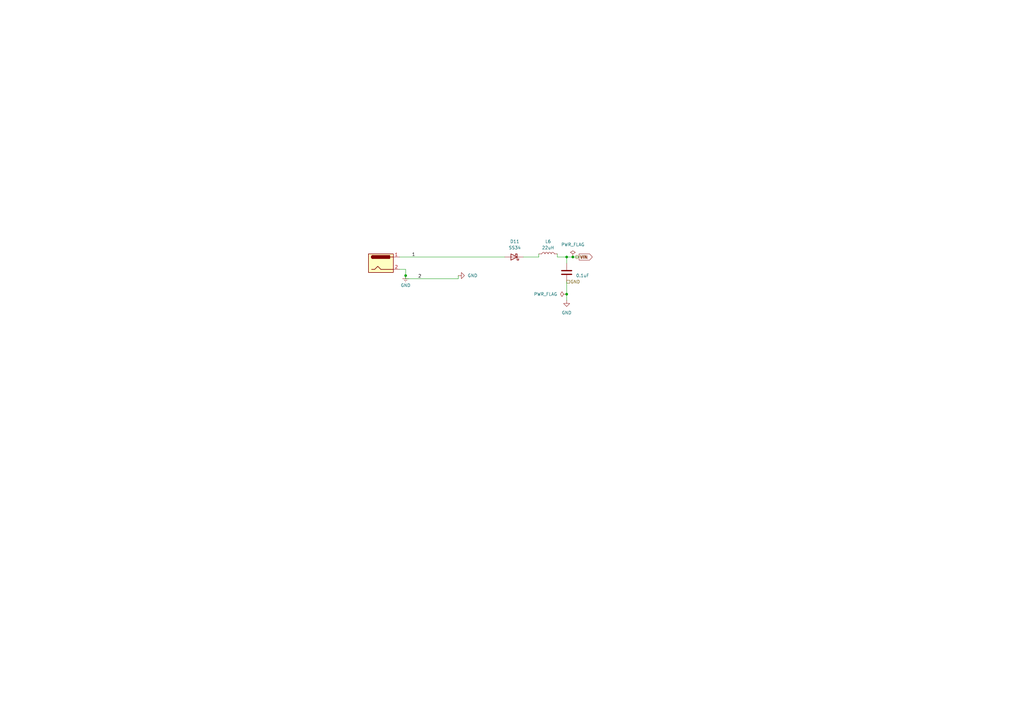
<source format=kicad_sch>
(kicad_sch (version 20250114) (generator "eeschema") (generator_version "9.0")
  (paper "A3")
  (title_block (title "Edgehax 4G to Eth") (date "2025-08-23") (rev "V2") (company "Edgehax") (comment 2 "Varshini CB"))
  (lib_symbols
    (symbol "CELUS:GND" (power) (pin_names (offset 0.762))
      (symbol "GND_0_1"
        (polyline (pts (xy -0.635 -1.905) (xy 0.635 -1.905)))
        (polyline (pts (xy -0.127 -2.54) (xy 0.127 -2.54)))
        (polyline (pts (xy 0 -1.27) (xy 0 0)))
        (polyline (pts (xy 1.27 -1.27) (xy -1.27 -1.27)))
      )
      (symbol "GND_1_1"
        (pin power_in line (at 0 0 270) (length 0) (hide yes) (name "GND") (number "1"))
      )
    )
    (symbol "Connector:Jack-DC" (pin_names (offset 1.016))
      (property "Reference" "J" (at 0 5.334 0))
      (property "Value" "Jack-DC" (at 0 -5.08 0))
      (symbol "Jack-DC_0_1"
        (rectangle (start -5.08 3.81) (end 5.08 -3.81) (stroke (width 0.254)) (fill (type background)))
        (polyline (pts (xy -3.81 -2.54) (xy -2.54 -2.54) (xy -1.27 -1.27) (xy 0 -2.54) (xy 2.54 -2.54) (xy 5.08 -2.54)) (stroke (width 0.254)))
        (arc (start -3.302 1.905) (mid -3.9343 2.54) (end -3.302 3.175) (stroke (width 0.254)))
        (arc (start -3.302 1.905) (mid -3.9343 2.54) (end -3.302 3.175) (stroke (width 0.254)) (fill (type outline)))
        (rectangle (start 3.683 3.175) (end -3.302 1.905) (stroke (width 0.254)) (fill (type outline)))
        (polyline (pts (xy 5.08 2.54) (xy 3.81 2.54)) (stroke (width 0.254)))
      )
      (symbol "Jack-DC_1_1"
        (pin passive line (at 7.62 2.54 180) (length 2.54) (name "~") (number "1"))
        (pin passive line (at 7.62 -2.54 180) (length 2.54) (name "~") (number "2"))
      )
    )
    (symbol "Device:C" (pin_numbers (hide yes)) (pin_names (offset 0.254))
      (property "Reference" "C" (at 0.635 2.54 0))
      (property "Value" "C" (at 0.635 -2.54 0))
      (symbol "C_0_1"
        (polyline (pts (xy -2.032 0.762) (xy 2.032 0.762)) (stroke (width 0.508)))
        (polyline (pts (xy -2.032 -0.762) (xy 2.032 -0.762)) (stroke (width 0.508)))
      )
      (symbol "C_1_1"
        (pin passive line (at 0 3.81 270) (length 2.794) (name "~") (number "1"))
        (pin passive line (at 0 -3.81 90) (length 2.794) (name "~") (number "2"))
      )
    )
    (symbol "Device:L" (pin_numbers (hide yes)) (pin_names (offset 1.016) (hide yes))
      (property "Reference" "L" (at -1.27 0 90))
      (property "Value" "L" (at 1.905 0 90))
      (symbol "L_0_1"
        (arc (start 0 2.54) (mid 0.6323 1.905) (end 0 1.27))
        (arc (start 0 1.27) (mid 0.6323 0.635) (end 0 0))
        (arc (start 0 0) (mid 0.6323 -0.635) (end 0 -1.27))
        (arc (start 0 -1.27) (mid 0.6323 -1.905) (end 0 -2.54))
      )
      (symbol "L_1_1"
        (pin passive line (at 0 3.81 270) (length 1.27) (name "1") (number "1"))
        (pin passive line (at 0 -3.81 90) (length 1.27) (name "2") (number "2"))
      )
    )
    (symbol "Diode:SS34" (pin_numbers (hide yes)) (pin_names (offset 1.016) (hide yes))
      (property "Reference" "D" (at 0 2.54 0))
      (property "Value" "SS34" (at 0 -2.54 0))
      (symbol "SS34_0_1"
        (polyline (pts (xy -1.905 0.635) (xy -1.905 1.27) (xy -1.27 1.27) (xy -1.27 -1.27) (xy -0.635 -1.27) (xy -0.635 -0.635)) (stroke (width 0.254)))
        (polyline (pts (xy 1.27 1.27) (xy 1.27 -1.27) (xy -1.27 0) (xy 1.27 1.27)) (stroke (width 0.254)))
        (polyline (pts (xy 1.27 0) (xy -1.27 0)))
      )
      (symbol "SS34_1_1"
        (pin passive line (at -3.81 0 0) (length 2.54) (name "K") (number "1"))
        (pin passive line (at 3.81 0 180) (length 2.54) (name "A") (number "2"))
      )
    )
    (symbol "power:GND" (power) (pin_numbers (hide yes)) (pin_names (offset 0) (hide yes))
      (property "Value" "GND" (at 0 -3.81 0))
      (symbol "GND_0_1"
        (polyline (pts (xy 0 0) (xy 0 -1.27) (xy 1.27 -1.27) (xy 0 -2.54) (xy -1.27 -1.27) (xy 0 -1.27)))
      )
      (symbol "GND_1_1"
        (pin power_in line (at 0 0 270) (length 0) (name "~") (number "1"))
      )
    )
    (symbol "power:PWR_FLAG" (power) (pin_numbers (hide yes)) (pin_names (offset 0) (hide yes))
      (property "Value" "PWR_FLAG" (at 0 3.81 0))
      (symbol "PWR_FLAG_0_0"
        (pin power_out line (at 0 0 90) (length 0) (name "~") (number "1"))
      )
      (symbol "PWR_FLAG_0_1"
        (polyline (pts (xy 0 0) (xy 0 1.27) (xy -1.016 1.905) (xy 0 2.54) (xy 1.016 1.905) (xy 0 1.27)))
      )
    )
  )
  (junction (at 166.37 113.03))
  (junction (at 232.41 105.41))
  (junction (at 232.41 120.65))
  (junction (at 234.95 105.41))
  (wire (pts (xy 228.6 104.14) (xy 228.6 105.41)))
  (wire (pts (xy 237.49 105.41) (xy 234.95 105.41)))
  (wire (pts (xy 232.41 105.41) (xy 228.6 105.41)))
  (wire (pts (xy 187.96 114.3) (xy 166.37 114.3)))
  (wire (pts (xy 232.41 120.65) (xy 232.41 123.19)))
  (wire (pts (xy 214.63 105.41) (xy 220.98 105.41)))
  (wire (pts (xy 166.37 114.3) (xy 166.37 113.03)))
  (wire (pts (xy 232.41 115.57) (xy 232.41 120.65)))
  (wire (pts (xy 166.37 110.49) (xy 163.83 110.49)) (stroke (width 0.1524)))
  (wire (pts (xy 232.41 107.95) (xy 232.41 105.41)))
  (wire (pts (xy 220.98 104.14) (xy 220.98 105.41)))
  (wire (pts (xy 232.41 105.41) (xy 234.95 105.41)))
  (wire (pts (xy 163.83 105.41) (xy 207.01 105.41)))
  (wire (pts (xy 187.96 114.3) (xy 187.96 113.03)))
  (wire (pts (xy 166.37 110.49) (xy 166.37 113.03)) (stroke (width 0.1524)))
  (label "1" (at 168.91 105.41 0))
  (label "2" (at 171.45 114.3 0))
  (global_label "VIN" (shape output) (at 237.49 105.41 0) (property "Intersheetrefs" "${INTERSHEET_REFS}" (at 243.4991 105.41 0) (effects (justify left))))
  (hierarchical_label "VIN" (shape output) (at 236.22 105.41 0))
  (hierarchical_label "GND" (shape passive) (at 232.41 115.57 0))
  (symbol (lib_id "CELUS:GND") (at 166.37 113.03 0) (mirror y) (unit 1)
    (property "Reference" "#PWR017" (effects (hide yes)))
    (property "Value" "GND" (at 166.37 117.03 0))
  )
  (symbol (lib_id "Device:L") (at 224.79 104.14 90) (unit 1)
    (property "Reference" "L6" (at 224.79 99.06 90))
    (property "Value" "22uH" (at 224.79 101.6 90))
    (property "Footprint" "Inductor_SMD:L_0603_1608Metric" (effects (hide yes)))
    (property "Description" "Inductor" (effects (hide yes)))
  )
  (symbol (lib_id "power:PWR_FLAG") (at 234.95 105.41 0) (unit 1)
    (property "Reference" "#FLG08" (effects (hide yes)))
    (property "Value" "PWR_FLAG" (at 234.95 100.33 0))
    (property "Description" "Special symbol for telling ERC where power comes from" (effects (hide yes)))
  )
  (symbol (lib_id "Diode:SS34") (at 210.82 105.41 180) (unit 1)
    (property "Reference" "D11" (at 211.1375 99.06 0))
    (property "Value" "SS34" (at 211.1375 101.6 0))
    (property "Footprint" "Diode_SMD:D_SMA" (effects (hide yes)))
    (property "Datasheet" "https://www.vishay.com/docs/88751/ss32.pdf" (effects (hide yes)))
    (property "Description" "40V 3A Schottky Diode, SMA" (effects (hide yes)))
  )
  (symbol (lib_id "power:GND") (at 232.41 123.19 0) (unit 1)
    (property "Reference" "#PWR023" (effects (hide yes)))
    (property "Value" "GND" (at 232.41 128.27 0))
    (property "Description" "Power symbol creates a global label with name \"GND\" , ground" (effects (hide yes)))
  )
  (symbol (lib_id "Connector:Jack-DC") (at 156.21 107.95 0) (unit 1)
    (property "Reference" "J2" (effects (hide yes)))
    (property "Value" "Jack-DC" (effects (hide yes)))
    (property "Footprint" "Connector_BarrelJack:BarrelJack_CUI_PJ-102AH_Horizontal" (effects (hide yes)))
    (property "Description" "DC Barrel Jack" (effects (hide yes)))
  )
  (symbol (lib_id "Device:C") (at 232.41 111.76 180) (unit 1)
    (property "Reference" "c12" (effects (hide yes)))
    (property "Value" "0.1uF" (at 236.22 113.0299 0) (effects (justify right)))
    (property "Footprint" "Capacitor_SMD:C_0805_2012Metric" (effects (hide yes)))
    (property "Description" "Unpolarized capacitor" (effects (hide yes)))
  )
  (symbol (lib_id "power:GND") (at 187.96 113.03 90) (unit 1)
    (property "Reference" "#PWR036" (effects (hide yes)))
    (property "Value" "GND" (at 191.77 113.0299 90) (effects (justify right)))
    (property "Description" "Power symbol creates a global label with name \"GND\" , ground" (effects (hide yes)))
  )
  (symbol (lib_id "power:PWR_FLAG") (at 232.41 120.65 90) (unit 1)
    (property "Reference" "#FLG06" (effects (hide yes)))
    (property "Value" "PWR_FLAG" (at 228.6 120.6499 90) (effects (justify left)))
    (property "Description" "Special symbol for telling ERC where power comes from" (effects (hide yes)))
  )
)
</source>
